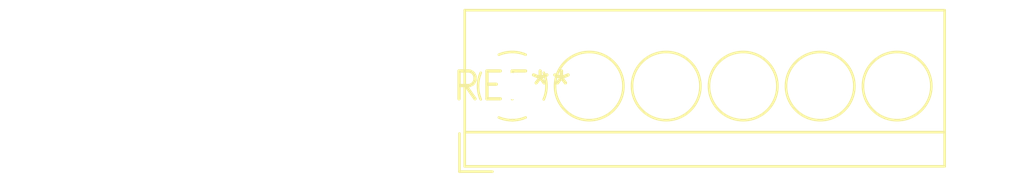
<source format=kicad_pcb>
(kicad_pcb (version 20240108) (generator pcbnew)
  (layers (0 "F.Cu" signal) (31 "B.Cu" signal) (34 "B.Paste" user) (35 "F.Paste" user) (36 "B.SilkS" user "B.Silkscreen") (37 "F.SilkS" user "F.Silkscreen") (38 "B.Mask" user) (39 "F.Mask" user) (44 "Edge.Cuts" user))
  (net 0 "")
  (footprint "TerminalBlock_4Ucon_1x06_P3.50mm_Horizontal" (layer "F.Cu") (at 0 0)
    (property "Reference" "REF**")
    (property "Value" "TerminalBlock_4Ucon_1x06_P3.50mm_Horizontal")
    (fp_line (start -2.4 2.16) (end -2.4 3.9) (layer "F.SilkS") (stroke (width 0.12)))
    (fp_line (start -2.4 3.9) (end -0.9 3.9) (layer "F.SilkS") (stroke (width 0.12)))
    (fp_line (start -2.16 -3.46) (end -2.16 3.66) (layer "F.SilkS") (stroke (width 0.12)))
    (fp_line (start -2.16 -3.46) (end 19.66 -3.46) (layer "F.SilkS") (stroke (width 0.12)))
    (fp_line (start -2.16 2.1) (end 19.66 2.1) (layer "F.SilkS") (stroke (width 0.12)))
    (fp_line (start -2.16 3.66) (end 19.66 3.66) (layer "F.SilkS") (stroke (width 0.12)))
    (fp_line (start 19.66 -3.46) (end 19.66 3.66) (layer "F.SilkS") (stroke (width 0.12)))
    (fp_arc (start -1.432109 0.607742) (mid -1.555727 -0.00014) (end -1.432 -0.608) (layer "F.SilkS") (stroke (width 0.12)))
    (fp_arc (start -0.607742 -1.432109) (mid 0.00014 -1.555727) (end 0.608 -1.432) (layer "F.SilkS") (stroke (width 0.12)))
    (fp_arc (start 0.027011 1.555493) (mid -0.296984 1.527118) (end -0.608 1.432) (layer "F.SilkS") (stroke (width 0.12)))
    (fp_arc (start 0.607587 1.431385) (mid 0.310017 1.523783) (end 0 1.555) (layer "F.SilkS") (stroke (width 0.12)))
    (fp_arc (start 1.432109 -0.607742) (mid 1.555727 0.00014) (end 1.432 0.608) (layer "F.SilkS") (stroke (width 0.12)))
    (fp_circle (center 3.5 0) (end 5.055 0) (layer "F.SilkS") (stroke (width 0.12)) (fill none))
    (fp_circle (center 7 0) (end 8.555 0) (layer "F.SilkS") (stroke (width 0.12)) (fill none))
    (fp_circle (center 10.5 0) (end 12.055 0) (layer "F.SilkS") (stroke (width 0.12)) (fill none))
    (fp_circle (center 14 0) (end 15.555 0) (layer "F.SilkS") (stroke (width 0.12)) (fill none))
    (fp_circle (center 17.5 0) (end 19.055 0) (layer "F.SilkS") (stroke (width 0.12)) (fill none))
    (pad "1" thru_hole rect (at 0 0) (size 2.4 2.4) (drill 1.2) (layers *.Cu *.Mask) (remove_unused_layers))
    (pad "2" thru_hole circle (at 3.5 0) (size 2.4 2.4) (drill 1.2) (layers *.Cu *.Mask) (remove_unused_layers))
    (pad "3" thru_hole circle (at 7 0) (size 2.4 2.4) (drill 1.2) (layers *.Cu *.Mask) (remove_unused_layers))
    (pad "4" thru_hole circle (at 10.5 0) (size 2.4 2.4) (drill 1.2) (layers *.Cu *.Mask) (remove_unused_layers))
    (pad "5" thru_hole circle (at 14 0) (size 2.4 2.4) (drill 1.2) (layers *.Cu *.Mask) (remove_unused_layers))
    (pad "6" thru_hole circle (at 17.5 0) (size 2.4 2.4) (drill 1.2) (layers *.Cu *.Mask) (remove_unused_layers))
  )
)
</source>
